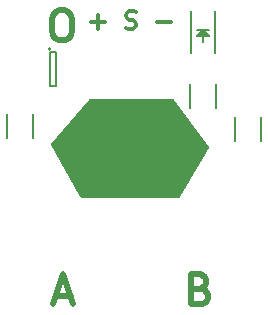
<source format=gbr>
G04 #@! TF.FileFunction,Legend,Top*
%FSLAX46Y46*%
G04 Gerber Fmt 4.6, Leading zero omitted, Abs format (unit mm)*
G04 Created by KiCad (PCBNEW (2015-08-15 BZR 6092)-product) date 3/22/2016 8:23:16 PM*
%MOMM*%
G01*
G04 APERTURE LIST*
%ADD10C,0.100000*%
%ADD11C,0.300000*%
%ADD12C,0.508000*%
%ADD13C,0.150000*%
%ADD14C,0.254000*%
G04 APERTURE END LIST*
D10*
D11*
X136342858Y-85197143D02*
X137485715Y-85197143D01*
X136914286Y-85768571D02*
X136914286Y-84625714D01*
X139271429Y-85697143D02*
X139485715Y-85768571D01*
X139842858Y-85768571D01*
X139985715Y-85697143D01*
X140057144Y-85625714D01*
X140128572Y-85482857D01*
X140128572Y-85340000D01*
X140057144Y-85197143D01*
X139985715Y-85125714D01*
X139842858Y-85054286D01*
X139557144Y-84982857D01*
X139414286Y-84911429D01*
X139342858Y-84840000D01*
X139271429Y-84697143D01*
X139271429Y-84554286D01*
X139342858Y-84411429D01*
X139414286Y-84340000D01*
X139557144Y-84268571D01*
X139914286Y-84268571D01*
X140128572Y-84340000D01*
X141914286Y-85197143D02*
X143057143Y-85197143D01*
D12*
X133616095Y-84207048D02*
X134099905Y-84207048D01*
X134341810Y-84328000D01*
X134583714Y-84569905D01*
X134704667Y-85053714D01*
X134704667Y-85900381D01*
X134583714Y-86384190D01*
X134341810Y-86626095D01*
X134099905Y-86747048D01*
X133616095Y-86747048D01*
X133374191Y-86626095D01*
X133132286Y-86384190D01*
X133011334Y-85900381D01*
X133011334Y-85053714D01*
X133132286Y-84569905D01*
X133374191Y-84328000D01*
X133616095Y-84207048D01*
X145596429Y-107768571D02*
X145959286Y-107889524D01*
X146080238Y-108010476D01*
X146201190Y-108252381D01*
X146201190Y-108615238D01*
X146080238Y-108857143D01*
X145959286Y-108978095D01*
X145717381Y-109099048D01*
X144749762Y-109099048D01*
X144749762Y-106559048D01*
X145596429Y-106559048D01*
X145838333Y-106680000D01*
X145959286Y-106800952D01*
X146080238Y-107042857D01*
X146080238Y-107284762D01*
X145959286Y-107526667D01*
X145838333Y-107647619D01*
X145596429Y-107768571D01*
X144749762Y-107768571D01*
X133380239Y-108373333D02*
X134589762Y-108373333D01*
X133138334Y-109099048D02*
X133985000Y-106559048D01*
X134831667Y-109099048D01*
D13*
X132896000Y-87454000D02*
G75*
G03X132896000Y-87454000I-100000J0D01*
G01*
X133346000Y-87704000D02*
X132846000Y-87704000D01*
X133346000Y-90604000D02*
X133346000Y-87704000D01*
X132846000Y-90604000D02*
X133346000Y-90604000D01*
X132846000Y-87704000D02*
X132846000Y-90604000D01*
X144746000Y-84210000D02*
X144746000Y-87810000D01*
X146846000Y-84210000D02*
X146846000Y-87810000D01*
X146096000Y-86260000D02*
X145496000Y-86260000D01*
X145496000Y-86260000D02*
X145796000Y-85960000D01*
X145796000Y-85960000D02*
X145996000Y-86160000D01*
X145996000Y-86160000D02*
X145746000Y-86160000D01*
X145746000Y-86160000D02*
X145796000Y-86110000D01*
X146296000Y-85860000D02*
X145296000Y-85860000D01*
X145796000Y-86360000D02*
X145796000Y-86860000D01*
X145796000Y-85860000D02*
X146296000Y-86360000D01*
X146296000Y-86360000D02*
X145296000Y-86360000D01*
X145296000Y-86360000D02*
X145796000Y-85860000D01*
X146871000Y-90440000D02*
X146871000Y-92440000D01*
X144721000Y-92440000D02*
X144721000Y-90440000D01*
X150681000Y-93234000D02*
X150681000Y-95234000D01*
X148531000Y-95234000D02*
X148531000Y-93234000D01*
X131377000Y-92980000D02*
X131377000Y-94980000D01*
X129227000Y-94980000D02*
X129227000Y-92980000D01*
D14*
G36*
X146151643Y-95766523D02*
X143691362Y-99949000D01*
X135456727Y-99949000D01*
X132996180Y-95520014D01*
X136201992Y-91821000D01*
X143192500Y-91821000D01*
X146151643Y-95766523D01*
X146151643Y-95766523D01*
G37*
X146151643Y-95766523D02*
X143691362Y-99949000D01*
X135456727Y-99949000D01*
X132996180Y-95520014D01*
X136201992Y-91821000D01*
X143192500Y-91821000D01*
X146151643Y-95766523D01*
M02*

</source>
